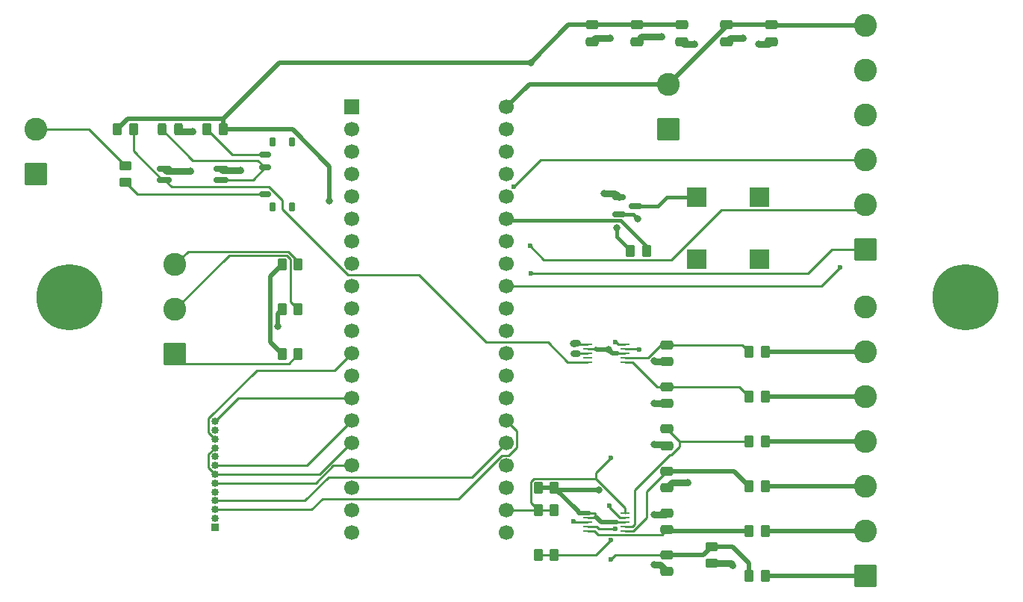
<source format=gbr>
%TF.GenerationSoftware,KiCad,Pcbnew,9.0.7*%
%TF.CreationDate,2026-02-19T00:07:55-06:00*%
%TF.ProjectId,low volt board - NL  S-3C-v2,6c6f7720-766f-46c7-9420-626f61726420,rev?*%
%TF.SameCoordinates,Original*%
%TF.FileFunction,Copper,L1,Top*%
%TF.FilePolarity,Positive*%
%FSLAX46Y46*%
G04 Gerber Fmt 4.6, Leading zero omitted, Abs format (unit mm)*
G04 Created by KiCad (PCBNEW 9.0.7) date 2026-02-19 00:07:55*
%MOMM*%
%LPD*%
G01*
G04 APERTURE LIST*
G04 Aperture macros list*
%AMRoundRect*
0 Rectangle with rounded corners*
0 $1 Rounding radius*
0 $2 $3 $4 $5 $6 $7 $8 $9 X,Y pos of 4 corners*
0 Add a 4 corners polygon primitive as box body*
4,1,4,$2,$3,$4,$5,$6,$7,$8,$9,$2,$3,0*
0 Add four circle primitives for the rounded corners*
1,1,$1+$1,$2,$3*
1,1,$1+$1,$4,$5*
1,1,$1+$1,$6,$7*
1,1,$1+$1,$8,$9*
0 Add four rect primitives between the rounded corners*
20,1,$1+$1,$2,$3,$4,$5,0*
20,1,$1+$1,$4,$5,$6,$7,0*
20,1,$1+$1,$6,$7,$8,$9,0*
20,1,$1+$1,$8,$9,$2,$3,0*%
G04 Aperture macros list end*
%TA.AperFunction,SMDPad,CuDef*%
%ADD10RoundRect,0.150000X-0.587500X-0.150000X0.587500X-0.150000X0.587500X0.150000X-0.587500X0.150000X0*%
%TD*%
%TA.AperFunction,ComponentPad*%
%ADD11RoundRect,0.250000X1.050000X-1.050000X1.050000X1.050000X-1.050000X1.050000X-1.050000X-1.050000X0*%
%TD*%
%TA.AperFunction,ComponentPad*%
%ADD12C,2.600000*%
%TD*%
%TA.AperFunction,SMDPad,CuDef*%
%ADD13RoundRect,0.250000X0.262500X0.450000X-0.262500X0.450000X-0.262500X-0.450000X0.262500X-0.450000X0*%
%TD*%
%TA.AperFunction,ComponentPad*%
%ADD14C,7.500000*%
%TD*%
%TA.AperFunction,SMDPad,CuDef*%
%ADD15R,1.100000X0.250000*%
%TD*%
%TA.AperFunction,SMDPad,CuDef*%
%ADD16RoundRect,0.250000X-0.262500X-0.450000X0.262500X-0.450000X0.262500X0.450000X-0.262500X0.450000X0*%
%TD*%
%TA.AperFunction,SMDPad,CuDef*%
%ADD17RoundRect,0.243750X0.243750X0.456250X-0.243750X0.456250X-0.243750X-0.456250X0.243750X-0.456250X0*%
%TD*%
%TA.AperFunction,SMDPad,CuDef*%
%ADD18RoundRect,0.250000X-0.475000X0.250000X-0.475000X-0.250000X0.475000X-0.250000X0.475000X0.250000X0*%
%TD*%
%TA.AperFunction,SMDPad,CuDef*%
%ADD19RoundRect,0.250000X0.475000X-0.250000X0.475000X0.250000X-0.475000X0.250000X-0.475000X-0.250000X0*%
%TD*%
%TA.AperFunction,SMDPad,CuDef*%
%ADD20RoundRect,0.250000X0.450000X-0.262500X0.450000X0.262500X-0.450000X0.262500X-0.450000X-0.262500X0*%
%TD*%
%TA.AperFunction,SMDPad,CuDef*%
%ADD21RoundRect,0.150000X0.500000X-0.150000X0.500000X0.150000X-0.500000X0.150000X-0.500000X-0.150000X0*%
%TD*%
%TA.AperFunction,SMDPad,CuDef*%
%ADD22RoundRect,0.175000X0.175000X-0.350000X0.175000X0.350000X-0.175000X0.350000X-0.175000X-0.350000X0*%
%TD*%
%TA.AperFunction,SMDPad,CuDef*%
%ADD23RoundRect,0.150000X0.662500X0.150000X-0.662500X0.150000X-0.662500X-0.150000X0.662500X-0.150000X0*%
%TD*%
%TA.AperFunction,SMDPad,CuDef*%
%ADD24RoundRect,0.250000X-0.450000X0.262500X-0.450000X-0.262500X0.450000X-0.262500X0.450000X0.262500X0*%
%TD*%
%TA.AperFunction,ComponentPad*%
%ADD25R,1.700000X1.700000*%
%TD*%
%TA.AperFunction,ComponentPad*%
%ADD26C,1.700000*%
%TD*%
%TA.AperFunction,SMDPad,CuDef*%
%ADD27R,2.300000X2.300000*%
%TD*%
%TA.AperFunction,ComponentPad*%
%ADD28R,0.850000X0.850000*%
%TD*%
%TA.AperFunction,ComponentPad*%
%ADD29C,0.850000*%
%TD*%
%TA.AperFunction,ViaPad*%
%ADD30C,0.800000*%
%TD*%
%TA.AperFunction,ViaPad*%
%ADD31C,0.600000*%
%TD*%
%TA.AperFunction,Conductor*%
%ADD32C,0.400000*%
%TD*%
%TA.AperFunction,Conductor*%
%ADD33C,0.500000*%
%TD*%
%TA.AperFunction,Conductor*%
%ADD34C,0.250000*%
%TD*%
%TA.AperFunction,Conductor*%
%ADD35C,0.249800*%
%TD*%
%TA.AperFunction,Conductor*%
%ADD36C,0.750000*%
%TD*%
G04 APERTURE END LIST*
D10*
%TO.P,Q1-Buzzer1,1,E*%
%TO.N,GND*%
X127082500Y-61060000D03*
%TO.P,Q1-Buzzer1,2,B*%
%TO.N,/Buzzer-2*%
X127082500Y-62960000D03*
%TO.P,Q1-Buzzer1,3,C*%
%TO.N,/Buzzer-3*%
X128957500Y-62010000D03*
%TD*%
D11*
%TO.P,J6,1,GND*%
%TO.N,GND*%
X60960000Y-58420000D03*
D12*
%TO.P,J6,2,IO1*%
%TO.N,/Opto In*%
X60960000Y-53340000D03*
%TD*%
D13*
%TO.P,R2-Throw-A1,1*%
%TO.N,/Rnet1*%
X90720000Y-78830000D03*
%TO.P,R2-Throw-A1,2*%
%TO.N,/GND - 3v Clean*%
X88895000Y-78830000D03*
%TD*%
D14*
%TO.P,H1,1*%
%TO.N,N/C*%
X64770000Y-72390000D03*
%TD*%
D15*
%TO.P,U1,1,ADDR*%
%TO.N,GND*%
X123500000Y-77726000D03*
%TO.P,U1,2,ALERT/RDY*%
%TO.N,+3.3V*%
X123500000Y-78226000D03*
%TO.P,U1,3,GND*%
%TO.N,GND*%
X123500000Y-78726000D03*
%TO.P,U1,4,AIN0*%
%TO.N,/A1-0*%
X123500000Y-79226000D03*
%TO.P,U1,5,AIN1*%
%TO.N,/A1-1*%
X123500000Y-79726000D03*
%TO.P,U1,6,AIN2*%
%TO.N,/A1-2*%
X127800000Y-79726000D03*
%TO.P,U1,7,AIN3*%
%TO.N,/A1-3*%
X127800000Y-79226000D03*
%TO.P,U1,8,VDD*%
%TO.N,+3.3V*%
X127800000Y-78726000D03*
%TO.P,U1,9,SDA*%
%TO.N,/SDA*%
X127800000Y-78226000D03*
%TO.P,U1,10,SCL*%
%TO.N,/SCL*%
X127800000Y-77726000D03*
%TD*%
D13*
%TO.P,R1-Buzzer1,1*%
%TO.N,/Buzer-IO21*%
X130202500Y-67090000D03*
%TO.P,R1-Buzzer1,2*%
%TO.N,/Buzzer-2*%
X128377500Y-67090000D03*
%TD*%
D16*
%TO.P,R5,1*%
%TO.N,+3.3V*%
X117935000Y-93966000D03*
%TO.P,R5,2*%
X119760000Y-93966000D03*
%TD*%
D17*
%TO.P,D1-Opto1,1,K*%
%TO.N,GND*%
X77137500Y-53340000D03*
%TO.P,D1-Opto1,2,A*%
%TO.N,Net-(D1-Opto1-A)*%
X75262500Y-53340000D03*
%TD*%
D13*
%TO.P,R3-ThrowB1,1*%
%TO.N,/Rnet2*%
X90720000Y-68670000D03*
%TO.P,R3-ThrowB1,2*%
%TO.N,/GND - 3v Clean*%
X88895000Y-68670000D03*
%TD*%
D16*
%TO.P,R18-A1-2,1*%
%TO.N,/A1-2*%
X141860000Y-83656000D03*
%TO.P,R18-A1-2,2*%
%TO.N,/A1-2-E*%
X143685000Y-83656000D03*
%TD*%
D13*
%TO.P,R9-A2-2,1*%
%TO.N,/A2-2-E*%
X143685000Y-93816000D03*
%TO.P,R9-A2-2,2*%
%TO.N,/A2-2*%
X141860000Y-93816000D03*
%TD*%
D11*
%TO.P,J4,1,Throw_A*%
%TO.N,/Rnet1*%
X76750000Y-78830000D03*
D12*
%TO.P,J4,2,Common*%
%TO.N,/IO17*%
X76750000Y-73750000D03*
%TO.P,J4,3,Throw_B*%
%TO.N,/Rnet2*%
X76750000Y-68670000D03*
%TD*%
D18*
%TO.P,C4-3v1,1*%
%TO.N,+3.3V*%
X129090000Y-41500000D03*
%TO.P,C4-3v1,2*%
%TO.N,GND*%
X129090000Y-43400000D03*
%TD*%
D13*
%TO.P,R8-A2-1,1*%
%TO.N,/A2-1-E*%
X143685000Y-98896000D03*
%TO.P,R8-A2-1,2*%
%TO.N,/A2-1*%
X141860000Y-98896000D03*
%TD*%
D16*
%TO.P,R7-SDA1,1*%
%TO.N,/SDA*%
X117935000Y-101586000D03*
%TO.P,R7-SDA1,2*%
X119760000Y-101586000D03*
%TD*%
D19*
%TO.P,C2,1*%
%TO.N,GND*%
X132520000Y-93962000D03*
%TO.P,C2,2*%
%TO.N,/A2-2*%
X132520000Y-92062000D03*
%TD*%
D20*
%TO.P,R15-Purple1,1*%
%TO.N,GND*%
X137600000Y-102498500D03*
%TO.P,R15-Purple1,2*%
%TO.N,/A2-0*%
X137600000Y-100673500D03*
%TD*%
D18*
%TO.P,C2-5v1,1*%
%TO.N,+5V*%
X144330000Y-41500000D03*
%TO.P,C2-5v1,2*%
%TO.N,GND*%
X144330000Y-43400000D03*
%TD*%
D11*
%TO.P,J8,1,Pin_1*%
%TO.N,GND*%
X132672500Y-53295000D03*
D12*
%TO.P,J8,2,Pin_2*%
%TO.N,+5V*%
X132672500Y-48215000D03*
%TD*%
D21*
%TO.P,SW1,1,A*%
%TO.N,Net-(SW1-A)*%
X86950000Y-60670000D03*
%TO.P,SW1,2,B*%
%TO.N,Net-(D1-Opto1-A)*%
X86950000Y-57670000D03*
%TO.P,SW1,3,C*%
%TO.N,Net-(SW1-C)*%
X86950000Y-56170000D03*
D22*
%TO.P,SW1,SH*%
%TO.N,N/C*%
X87800000Y-62095000D03*
X90000000Y-62095000D03*
X87800000Y-54745000D03*
X90000000Y-54745000D03*
%TD*%
D19*
%TO.P,C3,1*%
%TO.N,GND*%
X132520000Y-89200000D03*
%TO.P,C3,2*%
%TO.N,/A2-3*%
X132520000Y-87300000D03*
%TD*%
D11*
%TO.P,J5,1,A2-0*%
%TO.N,/A2-0-E*%
X155000000Y-103995000D03*
D12*
%TO.P,J5,2,A2-1*%
%TO.N,/A2-1-E*%
X155000000Y-98915000D03*
%TO.P,J5,3,A2-2*%
%TO.N,/A2-2-E*%
X155000000Y-93835000D03*
%TO.P,J5,4,A2-3*%
%TO.N,/A2-3-E*%
X155000000Y-88755000D03*
%TO.P,J5,5,A1-2*%
%TO.N,/A1-2-E*%
X155000000Y-83675000D03*
%TO.P,J5,6,A1-3*%
%TO.N,/A1-3-E*%
X155000000Y-78595000D03*
%TO.P,J5,7,GND*%
%TO.N,GND*%
X155000000Y-73515000D03*
%TD*%
D19*
%TO.P,C6,1*%
%TO.N,GND*%
X132520000Y-103486000D03*
%TO.P,C6,2*%
%TO.N,/A2-0*%
X132520000Y-101586000D03*
%TD*%
D18*
%TO.P,C5-3v1,1*%
%TO.N,+3.3V*%
X134170000Y-41500000D03*
%TO.P,C5-3v1,2*%
%TO.N,GND*%
X134170000Y-43400000D03*
%TD*%
%TO.P,C3-3v1,1*%
%TO.N,+3.3V*%
X124010000Y-41500000D03*
%TO.P,C3-3v1,2*%
%TO.N,GND*%
X124010000Y-43400000D03*
%TD*%
D23*
%TO.P,U3-Opto1,1*%
%TO.N,Net-(D1-Opto1-A)*%
X81927500Y-59055000D03*
%TO.P,U3-Opto1,2*%
%TO.N,GND*%
X81927500Y-57785000D03*
%TO.P,U3-Opto1,3*%
X75552500Y-57785000D03*
%TO.P,U3-Opto1,4*%
%TO.N,/A1-1*%
X75552500Y-59055000D03*
%TD*%
D24*
%TO.P,R13-Opto-GND1,1*%
%TO.N,/Opto In*%
X71120000Y-57515000D03*
%TO.P,R13-Opto-GND1,2*%
%TO.N,Net-(SW1-A)*%
X71120000Y-59340000D03*
%TD*%
D25*
%TO.P,J1,1,GPIO20_(D_P)*%
%TO.N,unconnected-(J1-GPIO20_(D_P)-Pad1)*%
X96760000Y-50800000D03*
D26*
%TO.P,J1,2,GPIO19_(D_N)*%
%TO.N,unconnected-(J1-GPIO19_(D_N)-Pad2)*%
X96760000Y-53340000D03*
%TO.P,J1,3,GND*%
%TO.N,GND*%
X96760000Y-55880000D03*
%TO.P,J1,4,GPIO48*%
%TO.N,/IO48*%
X96760000Y-58420000D03*
%TO.P,J1,5,GPIO47*%
%TO.N,unconnected-(J1-GPIO47-Pad5)*%
X96760000Y-60960000D03*
%TO.P,J1,6,GPIO46*%
%TO.N,unconnected-(J1-GPIO46-Pad6)*%
X96760000Y-63500000D03*
%TO.P,J1,7,GPIO45*%
%TO.N,unconnected-(J1-GPIO45-Pad7)*%
X96760000Y-66040000D03*
%TO.P,J1,8,GND*%
%TO.N,unconnected-(J1-GND-Pad8)*%
X96760000Y-68580000D03*
%TO.P,J1,9,GPIO42*%
%TO.N,unconnected-(J1-GPIO42-Pad9)*%
X96760000Y-71120000D03*
%TO.P,J1,10,GPIO41*%
%TO.N,unconnected-(J1-GPIO41-Pad10)*%
X96760000Y-73660000D03*
%TO.P,J1,11,GPIO40*%
%TO.N,unconnected-(J1-GPIO40-Pad11)*%
X96760000Y-76200000D03*
%TO.P,J1,12,GPIO39*%
%TO.N,/IO39*%
X96760000Y-78740000D03*
%TO.P,J1,13,GND*%
%TO.N,unconnected-(J1-GND-Pad13)*%
X96760000Y-81280000D03*
%TO.P,J1,14,GPIO38*%
%TO.N,/IO38 (SDO)*%
X96760000Y-83820000D03*
%TO.P,J1,15,GPIO37*%
%TO.N,/IO37*%
X96760000Y-86360000D03*
%TO.P,J1,16,GPIO36*%
%TO.N,/IO36*%
X96760000Y-88900000D03*
%TO.P,J1,17,GPIO35*%
%TO.N,/IO35*%
X96760000Y-91440000D03*
%TO.P,J1,18,GND*%
%TO.N,GND*%
X96760000Y-93980000D03*
%TO.P,J1,19,GPIO34*%
%TO.N,unconnected-(J1-GPIO34-Pad19)*%
X96760000Y-96520000D03*
%TO.P,J1,20,GPIO33*%
%TO.N,unconnected-(J1-GPIO33-Pad20)*%
X96760000Y-99060000D03*
%TO.P,J1,21,GPIO43_(UART0_TX)*%
%TO.N,/SCD*%
X114300000Y-99060000D03*
%TO.P,J1,22,GPIO44_(UART0_RX)*%
%TO.N,/SCL*%
X114300000Y-96520000D03*
%TO.P,J1,23,GND*%
%TO.N,GND*%
X114300000Y-93980000D03*
%TO.P,J1,24,GPIO0*%
%TO.N,unconnected-(J1-GPIO0-Pad24)*%
X114300000Y-91440000D03*
%TO.P,J1,25,GPIO1*%
%TO.N,/IO1*%
X114300000Y-88900000D03*
%TO.P,J1,26,GPIO2*%
%TO.N,/IO2*%
X114300000Y-86360000D03*
%TO.P,J1,27,GPIO3*%
%TO.N,/IO3*%
X114300000Y-83820000D03*
%TO.P,J1,28,GND*%
%TO.N,unconnected-(J1-GND-Pad28)*%
X114300000Y-81280000D03*
%TO.P,J1,29,GPIO15*%
%TO.N,/IO15*%
X114300000Y-78740000D03*
%TO.P,J1,30,CHIP_UP*%
%TO.N,unconnected-(J1-CHIP_UP-Pad30)*%
X114300000Y-76200000D03*
%TO.P,J1,31,GPIO18*%
%TO.N,/IO18*%
X114300000Y-73660000D03*
%TO.P,J1,32,GPIO16*%
%TO.N,/IO16*%
X114300000Y-71120000D03*
%TO.P,J1,33,GND*%
%TO.N,unconnected-(J1-GND-Pad33)*%
X114300000Y-68580000D03*
%TO.P,J1,34,GPIO17*%
%TO.N,unconnected-(J1-GPIO17-Pad34)*%
X114300000Y-66040000D03*
%TO.P,J1,35,GPIO21*%
%TO.N,/Buzer-IO21*%
X114300000Y-63500000D03*
%TO.P,J1,36,3V3*%
%TO.N,+3.3V*%
X114300000Y-60960000D03*
%TO.P,J1,37,3V3_EN*%
%TO.N,unconnected-(J1-3V3_EN-Pad37)*%
X114300000Y-58420000D03*
%TO.P,J1,38,GND*%
%TO.N,GND*%
X114300000Y-55880000D03*
%TO.P,J1,39,VSYS*%
%TO.N,unconnected-(J1-VSYS-Pad39)*%
X114300000Y-53340000D03*
%TO.P,J1,40,VBUS*%
%TO.N,+5V*%
X114300000Y-50800000D03*
%TD*%
D18*
%TO.P,C1-5v1,1*%
%TO.N,+5V*%
X139250000Y-41500000D03*
%TO.P,C1-5v1,2*%
%TO.N,GND*%
X139250000Y-43400000D03*
%TD*%
D16*
%TO.P,R16-A2-0,1*%
%TO.N,/A2-0*%
X141860000Y-103976000D03*
%TO.P,R16-A2-0,2*%
%TO.N,/A2-0-E*%
X143685000Y-103976000D03*
%TD*%
%TO.P,R10-A2-3,1*%
%TO.N,/A2-3*%
X141860000Y-88736000D03*
%TO.P,R10-A2-3,2*%
%TO.N,/A2-3-E*%
X143685000Y-88736000D03*
%TD*%
D11*
%TO.P,J3,1,IN4*%
%TO.N,/IO3*%
X155000000Y-67000000D03*
D12*
%TO.P,J3,2,IN3*%
%TO.N,/IO15*%
X155000000Y-61920000D03*
%TO.P,J3,3,IN2*%
%TO.N,/IO18*%
X155000000Y-56840000D03*
%TO.P,J3,4,IN1*%
%TO.N,/IO16*%
X155000000Y-51760000D03*
%TO.P,J3,5,GND*%
%TO.N,GND*%
X155000000Y-46680000D03*
%TO.P,J3,6,5v*%
%TO.N,+5V*%
X155000000Y-41600000D03*
%TD*%
D27*
%TO.P,LS1-Buzzer1,1,DUMMY_PAD_1*%
%TO.N,unconnected-(LS1-Buzzer1-DUMMY_PAD_1-Pad1)*%
X143000000Y-68100000D03*
%TO.P,LS1-Buzzer1,2,+LEAD*%
%TO.N,/3v Clean*%
X143000000Y-61000000D03*
%TO.P,LS1-Buzzer1,3,-LEAD*%
%TO.N,/Buzzer-3*%
X135900000Y-61000000D03*
%TO.P,LS1-Buzzer1,4,DUMMY_PAD_2*%
%TO.N,unconnected-(LS1-Buzzer1-DUMMY_PAD_2-Pad4)*%
X135900000Y-68100000D03*
%TD*%
D16*
%TO.P,R6-SCL1,1*%
%TO.N,/SCL*%
X117935000Y-96506000D03*
%TO.P,R6-SCL1,2*%
X119760000Y-96506000D03*
%TD*%
%TO.P,R12-Opto-PullUp1,1*%
%TO.N,+3.3V*%
X70207500Y-53340000D03*
%TO.P,R12-Opto-PullUp1,2*%
%TO.N,/A1-1*%
X72032500Y-53340000D03*
%TD*%
D19*
%TO.P,C4,1*%
%TO.N,GND*%
X132520000Y-84438000D03*
%TO.P,C4,2*%
%TO.N,/A1-2*%
X132520000Y-82538000D03*
%TD*%
D28*
%TO.P,J2,1,VCC*%
%TO.N,+3.3V*%
X81280000Y-98440000D03*
D29*
%TO.P,J2,2,GND*%
%TO.N,GND*%
X81280000Y-97440000D03*
%TO.P,J2,3,CS*%
%TO.N,/IO2*%
X81280000Y-96440000D03*
%TO.P,J2,4,RESET*%
%TO.N,/IO1*%
X81280000Y-95440000D03*
%TO.P,J2,5,DC*%
%TO.N,/IO48*%
X81280000Y-94440000D03*
%TO.P,J2,6,SDI(MOSI)*%
%TO.N,/IO35*%
X81280000Y-93440000D03*
%TO.P,J2,7,SCK*%
%TO.N,/IO36*%
X81280000Y-92440000D03*
%TO.P,J2,8,LED*%
%TO.N,/IO37*%
X81280000Y-91440000D03*
%TO.P,J2,9,SDO(MISO)*%
%TO.N,/IO38 (SDO)*%
X81280000Y-90440000D03*
%TO.P,J2,10,T_CLK*%
%TO.N,/IO36*%
X81280000Y-89440000D03*
%TO.P,J2,11,T_CS*%
%TO.N,/IO39*%
X81280000Y-88440000D03*
%TO.P,J2,12,T_DIN*%
%TO.N,/IO35*%
X81280000Y-87440000D03*
%TO.P,J2,13,T_DO*%
%TO.N,/IO38 (SDO)*%
X81280000Y-86440000D03*
%TD*%
D14*
%TO.P,H2,1*%
%TO.N,N/C*%
X166370000Y-72390000D03*
%TD*%
D13*
%TO.P,R4-Common1,1*%
%TO.N,/IO17*%
X90720000Y-73750000D03*
%TO.P,R4-Common1,2*%
%TO.N,+3.3V*%
X88895000Y-73750000D03*
%TD*%
D19*
%TO.P,C5,1*%
%TO.N,GND*%
X132520000Y-79676000D03*
%TO.P,C5,2*%
%TO.N,/A1-3*%
X132520000Y-77776000D03*
%TD*%
D13*
%TO.P,R11-Opto-In1,1*%
%TO.N,+3.3V*%
X82192500Y-53340000D03*
%TO.P,R11-Opto-In1,2*%
%TO.N,Net-(SW1-C)*%
X80367500Y-53340000D03*
%TD*%
D15*
%TO.P,U2,1,ADDR*%
%TO.N,+3.3V*%
X123500000Y-96879700D03*
%TO.P,U2,2,ALERT/RDY*%
X123500000Y-97379700D03*
%TO.P,U2,3,GND*%
%TO.N,GND*%
X123500000Y-97879700D03*
%TO.P,U2,4,AIN0*%
%TO.N,/A2-0*%
X123500000Y-98379700D03*
%TO.P,U2,5,AIN1*%
%TO.N,/A2-1*%
X123500000Y-98879700D03*
%TO.P,U2,6,AIN2*%
%TO.N,/A2-2*%
X127800000Y-98879700D03*
%TO.P,U2,7,AIN3*%
%TO.N,/A2-3*%
X127800000Y-98379700D03*
%TO.P,U2,8,VDD*%
%TO.N,+3.3V*%
X127800000Y-97879700D03*
%TO.P,U2,9,SDA*%
%TO.N,/SDA*%
X127800000Y-97379700D03*
%TO.P,U2,10,SCL*%
%TO.N,/SCL*%
X127800000Y-96879700D03*
%TD*%
D16*
%TO.P,R17-A1-3,1*%
%TO.N,/A1-3*%
X141860000Y-78576000D03*
%TO.P,R17-A1-3,2*%
%TO.N,/A1-3-E*%
X143685000Y-78576000D03*
%TD*%
D18*
%TO.P,C1,1*%
%TO.N,GND*%
X132520000Y-96824000D03*
%TO.P,C1,2*%
%TO.N,/A2-1*%
X132520000Y-98724000D03*
%TD*%
D30*
%TO.N,/Buzzer-2*%
X126813000Y-64466100D03*
X129244600Y-63528300D03*
D31*
%TO.N,/SDA*%
X129339000Y-78335600D03*
X125992000Y-95971900D03*
X126147000Y-99932400D03*
%TO.N,/SCL*%
X126145000Y-90612100D03*
X126700000Y-77458600D03*
%TO.N,/A2-0*%
X126683000Y-98643100D03*
X126179000Y-102082000D03*
%TO.N,/IO16*%
X152129000Y-68983200D03*
%TO.N,/IO3*%
X117054000Y-69709000D03*
%TO.N,/IO18*%
X115173000Y-59876700D03*
%TO.N,/IO15*%
X116986000Y-66549700D03*
D30*
%TO.N,+3.3V*%
X88383100Y-75636300D03*
X125862000Y-78298800D03*
X94236100Y-61492300D03*
X124781000Y-94241600D03*
X117054000Y-45800400D03*
%TO.N,GND*%
X142944000Y-43684700D03*
D31*
X121920000Y-78740000D03*
D30*
X131102000Y-96986300D03*
X131895000Y-42846000D03*
X134863000Y-93367500D03*
X78740000Y-53540100D03*
X131102000Y-102676000D03*
X121950000Y-77636300D03*
D31*
X121920000Y-97790000D03*
D30*
X131070000Y-79563500D03*
X126089000Y-43036600D03*
X78468900Y-58038800D03*
X135621000Y-43684700D03*
X84180500Y-57956200D03*
X131102000Y-84361900D03*
X131102000Y-89096500D03*
X141130000Y-42974100D03*
X139991000Y-102735000D03*
X125409000Y-60572400D03*
%TD*%
D32*
%TO.N,/Buzzer-2*%
X128378000Y-67090000D02*
X127682000Y-66394800D01*
X128378000Y-67089900D02*
X128378000Y-67090000D01*
X127682000Y-66394800D02*
X128378000Y-67089900D01*
X126813000Y-65525900D02*
X127682000Y-66394800D01*
X126813000Y-64466100D02*
X126813000Y-65525900D01*
X128377600Y-67089900D02*
X128377500Y-67090000D01*
X128378000Y-67089900D02*
X128377600Y-67089900D01*
X128676300Y-62960000D02*
X127082500Y-62960000D01*
X129244600Y-63528300D02*
X128676300Y-62960000D01*
%TO.N,/Buzzer-3*%
X132497000Y-61000000D02*
X135900000Y-61000000D01*
X131487000Y-62010000D02*
X132497000Y-61000000D01*
X128958000Y-62010000D02*
X131487000Y-62010000D01*
X128957500Y-62010000D02*
X128958000Y-62010000D01*
%TO.N,/Buzer-IO21*%
X130202000Y-66905700D02*
X130202000Y-67090000D01*
X130202500Y-67090000D02*
X130202000Y-67090000D01*
X130202000Y-67090000D02*
X130202000Y-66905700D01*
X130202000Y-66905700D02*
X130202000Y-66721500D01*
X130202000Y-66636600D02*
X130202000Y-66721500D01*
X127229200Y-63663800D02*
X130202000Y-66636600D01*
X114463800Y-63663800D02*
X127229200Y-63663800D01*
X114300000Y-63500000D02*
X114463800Y-63663800D01*
D33*
%TO.N,/A1-3-E*%
X143704000Y-78595000D02*
X143685000Y-78576000D01*
X155000000Y-78595000D02*
X143704000Y-78595000D01*
D34*
%TO.N,Net-(SW1-A)*%
X72450000Y-60670000D02*
X71120000Y-59340000D01*
X86950000Y-60670000D02*
X72450000Y-60670000D01*
%TO.N,/A1-1*%
X121264000Y-79726000D02*
X123500000Y-79726000D01*
X119008000Y-77470000D02*
X121264000Y-79726000D01*
X112042000Y-77470000D02*
X119008000Y-77470000D01*
X104422000Y-69850000D02*
X112042000Y-77470000D01*
X96367300Y-69850000D02*
X104422000Y-69850000D01*
X88900000Y-62382700D02*
X96367300Y-69850000D01*
X88900000Y-61343800D02*
X88900000Y-62382700D01*
X87418700Y-59862500D02*
X88900000Y-61343800D01*
X76360000Y-59862500D02*
X87418700Y-59862500D01*
X75552500Y-59055000D02*
X76360000Y-59862500D01*
X75311900Y-59055000D02*
X75552500Y-59055000D01*
X72032500Y-55775600D02*
X75311900Y-59055000D01*
X72032500Y-53340000D02*
X72032500Y-55775600D01*
%TO.N,Net-(SW1-C)*%
X83197500Y-56170000D02*
X86950000Y-56170000D01*
X80367500Y-53340000D02*
X83197500Y-56170000D01*
%TO.N,/SDA*%
X117935000Y-101586000D02*
X119760000Y-101586000D01*
X129230000Y-78226000D02*
X129339000Y-78335600D01*
X127800000Y-78226000D02*
X129230000Y-78226000D01*
X124494000Y-101586000D02*
X126147000Y-99932400D01*
X119760000Y-101586000D02*
X124494000Y-101586000D01*
X127184000Y-97379700D02*
X127800000Y-97379700D01*
X125992000Y-96187900D02*
X127184000Y-97379700D01*
X125992000Y-95971900D02*
X125992000Y-96187900D01*
D33*
%TO.N,/GND - 3v Clean*%
X87531400Y-77466400D02*
X88895000Y-78830000D01*
X87531400Y-70033600D02*
X87531400Y-77466400D01*
X88895000Y-68670000D02*
X87531400Y-70033600D01*
D34*
%TO.N,/Opto In*%
X66945000Y-53340000D02*
X71120000Y-57515000D01*
X60960000Y-53340000D02*
X66945000Y-53340000D01*
D33*
%TO.N,/A2-0-E*%
X154981000Y-103976000D02*
X155000000Y-103995000D01*
X143685000Y-103976000D02*
X154981000Y-103976000D01*
%TO.N,/A1-2-E*%
X154981000Y-83656000D02*
X155000000Y-83675000D01*
X143685000Y-83656000D02*
X154981000Y-83656000D01*
D34*
%TO.N,/A2-2-E*%
X143685000Y-93816000D02*
X143685000Y-93603700D01*
D33*
X143704000Y-93835000D02*
X143685000Y-93816000D01*
X155000000Y-93835000D02*
X143704000Y-93835000D01*
%TO.N,/A2-1-E*%
X143704000Y-98915000D02*
X143685000Y-98896000D01*
X155000000Y-98915000D02*
X143704000Y-98915000D01*
D34*
X143685000Y-98755800D02*
X143685000Y-98896000D01*
D33*
%TO.N,/A2-3-E*%
X154981000Y-88736000D02*
X155000000Y-88755000D01*
X143685000Y-88736000D02*
X154981000Y-88736000D01*
D34*
%TO.N,/SCL*%
X117921000Y-96520000D02*
X117935000Y-96506000D01*
X114300000Y-96520000D02*
X117921000Y-96520000D01*
X127800000Y-96233100D02*
X124488000Y-92920900D01*
X127800000Y-96879700D02*
X127800000Y-96233100D01*
X119760000Y-96506000D02*
X117935000Y-96506000D01*
X117066000Y-95637300D02*
X117935000Y-96506000D01*
X117066000Y-93297400D02*
X117066000Y-95637300D01*
X117443000Y-92920900D02*
X117066000Y-93297400D01*
X124488000Y-92920900D02*
X117443000Y-92920900D01*
X126973000Y-77726000D02*
X127800000Y-77726000D01*
X126706000Y-77458600D02*
X126973000Y-77726000D01*
X126700000Y-77458600D02*
X126706000Y-77458600D01*
X124488000Y-92269200D02*
X126145000Y-90612100D01*
X124488000Y-92920900D02*
X124488000Y-92269200D01*
%TO.N,Net-(D1-Opto1-A)*%
X78779900Y-56857400D02*
X75262500Y-53340000D01*
X86137400Y-56857400D02*
X78779900Y-56857400D01*
X86950000Y-57670000D02*
X86137400Y-56857400D01*
X85565000Y-59055000D02*
X81927500Y-59055000D01*
X86950000Y-57670000D02*
X85565000Y-59055000D01*
D33*
%TO.N,/A2-0*%
X136688000Y-101586000D02*
X132520000Y-101586000D01*
X137600000Y-100674000D02*
X136688000Y-101586000D01*
D34*
X124820000Y-98643100D02*
X126683000Y-98643100D01*
X124557000Y-98379700D02*
X124820000Y-98643100D01*
X123500000Y-98379700D02*
X124557000Y-98379700D01*
D33*
X139974000Y-100674000D02*
X137600000Y-100674000D01*
X141860000Y-102560000D02*
X139974000Y-100674000D01*
X141860000Y-103976000D02*
X141860000Y-102560000D01*
D34*
X126675000Y-101586000D02*
X126179000Y-102082000D01*
X132520000Y-101586000D02*
X126675000Y-101586000D01*
X137600000Y-100673500D02*
X137600000Y-100674000D01*
%TO.N,/A1-3*%
X141060000Y-77776000D02*
X141860000Y-78576000D01*
X132520000Y-77776000D02*
X141060000Y-77776000D01*
X131830000Y-77776000D02*
X132520000Y-77776000D01*
X130380000Y-79226000D02*
X131830000Y-77776000D01*
X127800000Y-79226000D02*
X130380000Y-79226000D01*
%TO.N,/A1-2*%
X140742000Y-82538000D02*
X132520000Y-82538000D01*
X141860000Y-83656000D02*
X140742000Y-82538000D01*
X131439000Y-82538000D02*
X132520000Y-82538000D01*
X128627000Y-79726000D02*
X131439000Y-82538000D01*
X127800000Y-79726000D02*
X128627000Y-79726000D01*
%TO.N,/A2-3*%
X133956000Y-88736000D02*
X132520000Y-87300000D01*
X141860000Y-88736000D02*
X133956000Y-88736000D01*
X128627000Y-98379700D02*
X127800000Y-98379700D01*
X128865000Y-98141800D02*
X128627000Y-98379700D01*
X128865000Y-94206300D02*
X128865000Y-98141800D01*
X132810000Y-90261100D02*
X128865000Y-94206300D01*
X133002000Y-90261100D02*
X132810000Y-90261100D01*
X133956000Y-89306900D02*
X133002000Y-90261100D01*
X133956000Y-88736000D02*
X133956000Y-89306900D01*
D33*
%TO.N,/A2-2*%
X141860000Y-94173500D02*
X141860000Y-93816000D01*
D34*
X130214000Y-94367700D02*
X132520000Y-92062000D01*
X130214000Y-97390300D02*
X130214000Y-94367700D01*
X128725000Y-98879700D02*
X130214000Y-97390300D01*
X127800000Y-98879700D02*
X128725000Y-98879700D01*
D33*
X140106000Y-92062000D02*
X132520000Y-92062000D01*
X141860000Y-93816000D02*
X140106000Y-92062000D01*
D34*
%TO.N,/A2-1*%
X131962000Y-99281500D02*
X132520000Y-98724000D01*
X124728000Y-99281500D02*
X131962000Y-99281500D01*
X124327000Y-98879700D02*
X124728000Y-99281500D01*
X123500000Y-98879700D02*
X124327000Y-98879700D01*
D33*
X141860000Y-99253500D02*
X141860000Y-98896000D01*
X132692000Y-98896000D02*
X132520000Y-98724000D01*
X141860000Y-98896000D02*
X132692000Y-98896000D01*
D34*
%TO.N,/Rnet1*%
X89645200Y-79904800D02*
X90720000Y-78830000D01*
X77824800Y-79904800D02*
X89645200Y-79904800D01*
X76750000Y-78830000D02*
X77824800Y-79904800D01*
%TO.N,/Rnet2*%
X78192400Y-67227600D02*
X76750000Y-68670000D01*
X89596100Y-67227600D02*
X78192400Y-67227600D01*
X90720000Y-68351500D02*
X89596100Y-67227600D01*
X90720000Y-68670000D02*
X90720000Y-68351500D01*
%TO.N,/IO16*%
X149992000Y-71120000D02*
X114300000Y-71120000D01*
X152129000Y-68983200D02*
X149992000Y-71120000D01*
%TO.N,/IO3*%
X148525000Y-69709000D02*
X117054000Y-69709000D01*
X151234000Y-67000000D02*
X148525000Y-69709000D01*
X155000000Y-67000000D02*
X151234000Y-67000000D01*
%TO.N,/IO18*%
X118210000Y-56840000D02*
X155000000Y-56840000D01*
X115173000Y-59876700D02*
X118210000Y-56840000D01*
%TO.N,/IO15*%
X118562000Y-68126300D02*
X116986000Y-66549700D01*
X133041000Y-68126300D02*
X118562000Y-68126300D01*
X138690000Y-62476700D02*
X133041000Y-68126300D01*
X154443000Y-62476700D02*
X138690000Y-62476700D01*
X155000000Y-61920000D02*
X154443000Y-62476700D01*
%TO.N,/IO36*%
X80548600Y-91708500D02*
X81280000Y-92439900D01*
X80548600Y-90171400D02*
X80548600Y-91708500D01*
X81280000Y-89440000D02*
X80548600Y-90171400D01*
X81280000Y-92439900D02*
X81280000Y-92440000D01*
X93113500Y-92439900D02*
X81280000Y-92439900D01*
X96653400Y-88900000D02*
X93113500Y-92439900D01*
X96760000Y-88900000D02*
X96653400Y-88900000D01*
%TO.N,/IO37*%
X91680000Y-91440000D02*
X96760000Y-86360000D01*
X81280000Y-91440000D02*
X91680000Y-91440000D01*
%TO.N,/IO35*%
X92681600Y-93440000D02*
X81280000Y-93440000D01*
X94681600Y-91440000D02*
X92681600Y-93440000D01*
X96760000Y-91440000D02*
X94681600Y-91440000D01*
%TO.N,/IO39*%
X94791800Y-80708200D02*
X96760000Y-78740000D01*
X85986500Y-80708200D02*
X94791800Y-80708200D01*
X80560600Y-86134100D02*
X85986500Y-80708200D01*
X80560600Y-87720600D02*
X80560600Y-86134100D01*
X81280000Y-88440000D02*
X80560600Y-87720600D01*
%TO.N,/IO2*%
X92220400Y-96440000D02*
X81280000Y-96440000D01*
X93445400Y-95215000D02*
X92220400Y-96440000D01*
X108912000Y-95215000D02*
X93445400Y-95215000D01*
X113814000Y-90313300D02*
X108912000Y-95215000D01*
X114537000Y-90313300D02*
X113814000Y-90313300D01*
X115456000Y-89394400D02*
X114537000Y-90313300D01*
X115456000Y-87515800D02*
X115456000Y-89394400D01*
X114300000Y-86360000D02*
X115456000Y-87515800D01*
%TO.N,/IO1*%
X110435000Y-92764900D02*
X114300000Y-88900000D01*
X94124600Y-92764900D02*
X110435000Y-92764900D01*
X91449500Y-95440000D02*
X94124600Y-92764900D01*
X81280000Y-95440000D02*
X91449500Y-95440000D01*
%TO.N,/IO38 (SDO)*%
X83900000Y-83820000D02*
X96760000Y-83820000D01*
X81280000Y-86440000D02*
X83900000Y-83820000D01*
%TO.N,/IO17*%
X89838900Y-72868900D02*
X90720000Y-73750000D01*
X89838900Y-68071700D02*
X89838900Y-72868900D01*
X89398700Y-67631500D02*
X89838900Y-68071700D01*
X82868500Y-67631500D02*
X89398700Y-67631500D01*
X76750000Y-73750000D02*
X82868500Y-67631500D01*
D33*
%TO.N,+3.3V*%
X124010000Y-41500000D02*
X129090000Y-41500000D01*
X126289000Y-78726000D02*
X125862000Y-78298800D01*
X126920000Y-78726000D02*
X126289000Y-78726000D01*
X124575000Y-78298800D02*
X124502000Y-78226000D01*
X125862000Y-78298800D02*
X124575000Y-78298800D01*
D35*
X126920000Y-78726000D02*
X127800000Y-78726000D01*
X124377000Y-97379700D02*
X124452000Y-97304500D01*
X123500000Y-97379700D02*
X124377000Y-97379700D01*
D33*
X88532400Y-45800400D02*
X117054000Y-45800400D01*
X82192500Y-52140300D02*
X88532400Y-45800400D01*
X123719000Y-96879700D02*
X123500000Y-96879700D01*
X88383100Y-74261900D02*
X88383100Y-75636300D01*
X88895000Y-73750000D02*
X88383100Y-74261900D01*
X121355000Y-41500000D02*
X124010000Y-41500000D01*
X117054000Y-45800400D02*
X121355000Y-41500000D01*
X119760000Y-93966000D02*
X117935000Y-93966000D01*
X125077000Y-97879700D02*
X124502000Y-97304500D01*
X126798000Y-97879700D02*
X125077000Y-97879700D01*
X134170000Y-41500000D02*
X129090000Y-41500000D01*
D35*
X124377000Y-97229300D02*
X124452000Y-97304500D01*
X124377000Y-96879700D02*
X124377000Y-97229300D01*
X123719000Y-96879700D02*
X124377000Y-96879700D01*
X124502000Y-97304500D02*
X124452000Y-97304500D01*
D33*
X94236100Y-57519600D02*
X94236100Y-61492300D01*
X90056500Y-53340000D02*
X94236100Y-57519600D01*
X82192500Y-53340000D02*
X90056500Y-53340000D01*
X71407200Y-52140300D02*
X70207500Y-53340000D01*
X82192500Y-52140300D02*
X71407200Y-52140300D01*
X122498000Y-96704300D02*
X119760000Y-93966000D01*
X122498000Y-96879700D02*
X122498000Y-96704300D01*
X123500000Y-96879700D02*
X122498000Y-96879700D01*
D35*
X126798000Y-97879700D02*
X127800000Y-97879700D01*
D33*
X120036000Y-94241600D02*
X124781000Y-94241600D01*
X119760000Y-93966000D02*
X120036000Y-94241600D01*
X82192500Y-53340000D02*
X82192500Y-52140300D01*
D35*
X124502000Y-78226000D02*
X123500000Y-78226000D01*
D34*
%TO.N,+5V*%
X139250000Y-41500000D02*
X139250000Y-41637500D01*
D33*
X144430000Y-41600000D02*
X144330000Y-41500000D01*
X155000000Y-41600000D02*
X144430000Y-41600000D01*
X144330000Y-41500000D02*
X139250000Y-41500000D01*
X132672500Y-48215000D02*
X132672000Y-48215000D01*
X139250000Y-41637500D02*
X132672000Y-48215000D01*
X116885000Y-48215000D02*
X114300000Y-50800000D01*
X132672000Y-48215000D02*
X116885000Y-48215000D01*
D36*
%TO.N,GND*%
X131182000Y-79676000D02*
X132520000Y-79676000D01*
X131070000Y-79563500D02*
X131182000Y-79676000D01*
X75806300Y-58038800D02*
X75552500Y-57785000D01*
X78468900Y-58038800D02*
X75806300Y-58038800D01*
X122061000Y-77525800D02*
X122373000Y-77525800D01*
X121950000Y-77636300D02*
X122061000Y-77525800D01*
D35*
X122623000Y-77726000D02*
X123500000Y-77726000D01*
X122423000Y-77525800D02*
X122623000Y-77726000D01*
X122373000Y-77525800D02*
X122423000Y-77525800D01*
D36*
X132358000Y-96986300D02*
X132520000Y-96824000D01*
X131102000Y-96986300D02*
X132358000Y-96986300D01*
X131710000Y-102676000D02*
X132520000Y-103486000D01*
X131102000Y-102676000D02*
X131710000Y-102676000D01*
X144045000Y-43684700D02*
X144330000Y-43400000D01*
X142944000Y-43684700D02*
X144045000Y-43684700D01*
X129644000Y-42846000D02*
X129090000Y-43400000D01*
X131895000Y-42846000D02*
X129644000Y-42846000D01*
X132444000Y-84361900D02*
X132520000Y-84438000D01*
X131102000Y-84361900D02*
X132444000Y-84361900D01*
X132416000Y-89096500D02*
X132520000Y-89200000D01*
X131102000Y-89096500D02*
X132416000Y-89096500D01*
X122374000Y-78740000D02*
X122374000Y-78726000D01*
X121920000Y-78740000D02*
X122374000Y-78740000D01*
X77337600Y-53540100D02*
X77137500Y-53340000D01*
X78740000Y-53540100D02*
X77337600Y-53540100D01*
D34*
X122374000Y-78726000D02*
X123500000Y-78726000D01*
D36*
X134455000Y-43684700D02*
X134170000Y-43400000D01*
X135621000Y-43684700D02*
X134455000Y-43684700D01*
X133114000Y-93367500D02*
X132520000Y-93962000D01*
X134863000Y-93367500D02*
X133114000Y-93367500D01*
D34*
X122010000Y-97879700D02*
X123500000Y-97879700D01*
X121920000Y-97790000D02*
X122010000Y-97879700D01*
D36*
X124373000Y-43036600D02*
X124010000Y-43400000D01*
X126089000Y-43036600D02*
X124373000Y-43036600D01*
X139676000Y-42974100D02*
X139250000Y-43400000D01*
X141130000Y-42974100D02*
X139676000Y-42974100D01*
X82098700Y-57956200D02*
X81927500Y-57785000D01*
X84180500Y-57956200D02*
X82098700Y-57956200D01*
X139748000Y-102498000D02*
X138674000Y-102498000D01*
X139991000Y-102741000D02*
X139748000Y-102498000D01*
X139991000Y-102735000D02*
X139991000Y-102741000D01*
X126838700Y-60816200D02*
X127082500Y-61060000D01*
X126838500Y-60816200D02*
X126838700Y-60816200D01*
X126595000Y-60572400D02*
X126838500Y-60816200D01*
X125409000Y-60572400D02*
X126595000Y-60572400D01*
X126838500Y-60816200D02*
X127082000Y-61060000D01*
X137600500Y-102498000D02*
X137600000Y-102498500D01*
X138137000Y-102498000D02*
X137600500Y-102498000D01*
X138674000Y-102498000D02*
X138137000Y-102498000D01*
X138674000Y-102498000D02*
X138137000Y-102498000D01*
%TD*%
M02*

</source>
